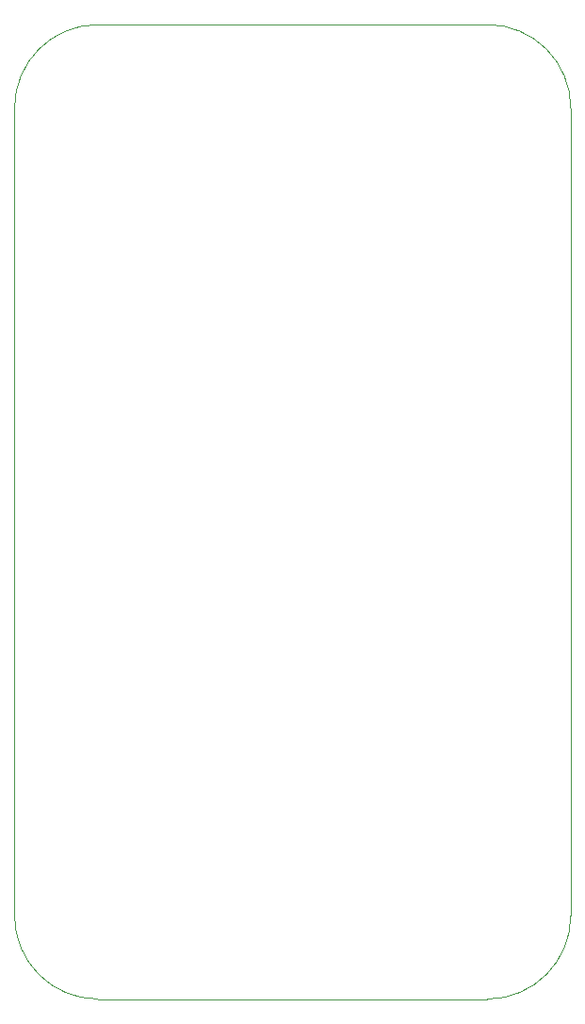
<source format=gbr>
%TF.GenerationSoftware,KiCad,Pcbnew,(6.0.11)*%
%TF.CreationDate,2023-07-13T20:03:18-03:00*%
%TF.ProjectId,Open-Tens,4f70656e-2d54-4656-9e73-2e6b69636164,rev?*%
%TF.SameCoordinates,Original*%
%TF.FileFunction,Profile,NP*%
%FSLAX46Y46*%
G04 Gerber Fmt 4.6, Leading zero omitted, Abs format (unit mm)*
G04 Created by KiCad (PCBNEW (6.0.11)) date 2023-07-13 20:03:18*
%MOMM*%
%LPD*%
G01*
G04 APERTURE LIST*
%TA.AperFunction,Profile*%
%ADD10C,0.100000*%
%TD*%
G04 APERTURE END LIST*
D10*
X129800000Y-137200000D02*
X129800000Y-64700000D01*
X172300000Y-144700000D02*
X137300000Y-144700000D01*
X179800000Y-64700000D02*
X179800000Y-137200000D01*
X172300000Y-57200000D02*
X137300000Y-57200000D01*
X137300000Y-57200000D02*
G75*
G03*
X129800000Y-64700000I0J-7500000D01*
G01*
X129800000Y-137200000D02*
G75*
G03*
X137300000Y-144700000I7500000J0D01*
G01*
X172300000Y-144700000D02*
G75*
G03*
X179800000Y-137200000I0J7500000D01*
G01*
X179800000Y-64700000D02*
G75*
G03*
X172300000Y-57200000I-7500000J0D01*
G01*
M02*

</source>
